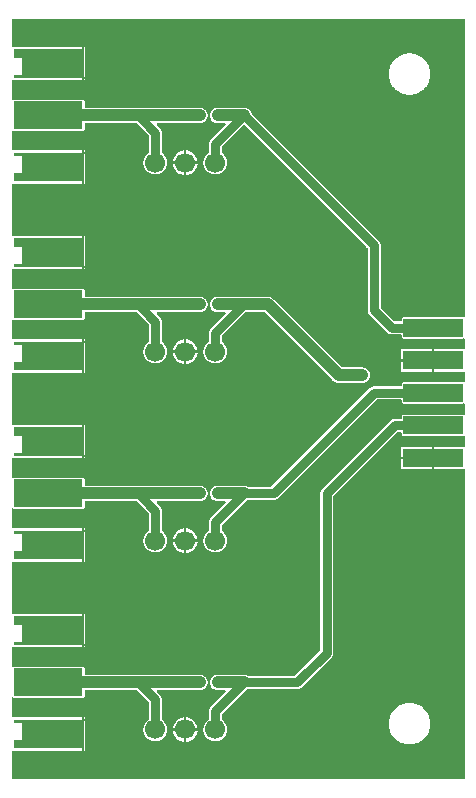
<source format=gtl>
%FSLAX46Y46*%
%MOMM*%
%ADD10C,0.800000*%
%ADD11C,1.000000*%
%AMPS15*
1,1,1.700000,0.000000,0.000000*
%
%ADD15PS15*%
%AMPS16*
21,1,1.500000,5.000000,0.000000,0.000000,270.000000*
%
%ADD16PS16*%
%AMPS18*
1,1,0.700000,0.000000,0.000000*
%
%ADD18PS18*%
%AMPS12*
4,1,8,
-5.842000,0.000000,
-5.842000,0.254000,
-5.130800,0.254000,
-5.130800,1.714500,
-5.842000,1.714500,
-5.842000,2.413000,
0.000000,2.413000,
0.000000,0.000000,
-5.842000,0.000000,
0*
%
%ADD12PS12*%
%AMPS14*
21,1,2.290000,5.840000,0.000000,0.000000,90.000000*
%
%ADD14PS14*%
%AMPS17*
1,1,0.240000,-0.130000,0.330000*
1,1,0.240000,0.130000,-0.330000*
1,1,0.240000,-0.130000,-0.330000*
21,1,0.500000,0.660000,0.000000,0.000000,180.000000*
21,1,0.260000,0.900000,0.000000,0.000000,180.000000*
1,1,0.240000,0.130000,0.330000*
%
%ADD17PS17*%
%AMPS13*
4,1,8,
-5.842000,0.000000,
-5.842000,-0.254000,
-5.130800,-0.254000,
-5.130800,-1.714500,
-5.842000,-1.714500,
-5.842000,-2.413000,
0.000000,-2.413000,
0.000000,0.000000,
-5.842000,0.000000,
0*
%
%ADD13PS13*%
G01*
%LPD*%
G36*
X38590000Y-64690000D02*
X38629004Y-64682080D01*
X38661829Y-64659575D01*
X38683277Y-64626048D01*
X38690000Y-64590000D01*
X38690000Y-38550000D01*
X38682080Y-38510996D01*
X38659575Y-38478171D01*
X38626048Y-38456723D01*
X38590000Y-38450000D01*
X36105000Y-38450000D01*
X36105000Y-36550000D01*
X38590000Y-36550000D01*
X38629004Y-36542080D01*
X38661829Y-36519575D01*
X38683277Y-36486048D01*
X38690000Y-36450000D01*
X38690000Y-35736471D01*
X38682080Y-35697467D01*
X38659575Y-35664642D01*
X38626048Y-35643194D01*
X38586812Y-35636522D01*
X38553281Y-35643456D01*
X38538249Y-35649390D01*
X38493723Y-35655000D01*
X33507952Y-35655000D01*
X33450315Y-35645772D01*
X33417021Y-35629982D01*
X33387373Y-35605336D01*
X33364765Y-35574109D01*
X33350610Y-35538252D01*
X33345000Y-35493723D01*
X33345000Y-35405000D01*
X33337080Y-35365996D01*
X33314575Y-35333171D01*
X33281048Y-35311723D01*
X33245000Y-35305000D01*
X33021308Y-35305000D01*
X32982304Y-35312920D01*
X32950597Y-35334289D01*
X27584289Y-40700597D01*
X27562310Y-40733777D01*
X27555000Y-40771308D01*
X27555000Y-53997536D01*
X27554012Y-54017655D01*
X27547050Y-54088339D01*
X27539214Y-54127728D01*
X27519303Y-54193366D01*
X27503932Y-54230474D01*
X27471601Y-54290962D01*
X27449289Y-54324354D01*
X27404209Y-54379283D01*
X27390715Y-54394171D01*
X24894171Y-56890715D01*
X24879283Y-56904209D01*
X24824354Y-56949289D01*
X24790962Y-56971601D01*
X24730474Y-57003932D01*
X24693366Y-57019303D01*
X24627728Y-57039214D01*
X24588339Y-57047050D01*
X24517655Y-57054012D01*
X24497536Y-57055000D01*
X20371095Y-57055000D01*
X20323955Y-57066808D01*
X20268742Y-57096320D01*
X20231630Y-57111693D01*
X20171720Y-57129866D01*
X20130037Y-57154849D01*
X18124289Y-59160597D01*
X18102310Y-59193777D01*
X18095000Y-59231308D01*
X18095000Y-59611323D01*
X18102920Y-59650327D01*
X18135430Y-59691644D01*
X18169604Y-59716990D01*
X18185142Y-59729741D01*
X18243306Y-59782458D01*
X18257542Y-59796694D01*
X18310259Y-59854858D01*
X18323010Y-59870396D01*
X18369779Y-59933455D01*
X18380959Y-59950187D01*
X18421318Y-60017521D01*
X18430807Y-60035274D01*
X18464366Y-60106231D01*
X18472065Y-60124818D01*
X18498506Y-60198714D01*
X18504353Y-60217990D01*
X18523427Y-60294135D01*
X18527347Y-60313842D01*
X18538871Y-60391532D01*
X18540840Y-60411514D01*
X18544693Y-60489952D01*
X18544693Y-60510048D01*
X18540840Y-60588486D01*
X18538871Y-60608468D01*
X18527347Y-60686158D01*
X18523427Y-60705865D01*
X18504353Y-60782010D01*
X18498506Y-60801286D01*
X18472065Y-60875182D01*
X18464366Y-60893769D01*
X18430807Y-60964726D01*
X18421318Y-60982479D01*
X18380959Y-61049813D01*
X18369779Y-61066545D01*
X18323010Y-61129604D01*
X18310259Y-61145142D01*
X18257542Y-61203306D01*
X18243306Y-61217542D01*
X18185142Y-61270259D01*
X18169604Y-61283010D01*
X18106545Y-61329779D01*
X18089813Y-61340959D01*
X18022479Y-61381318D01*
X18004726Y-61390807D01*
X17933769Y-61424366D01*
X17915182Y-61432065D01*
X17841286Y-61458506D01*
X17822010Y-61464353D01*
X17745865Y-61483427D01*
X17726158Y-61487347D01*
X17648468Y-61498871D01*
X17628486Y-61500840D01*
X17550048Y-61504693D01*
X17529952Y-61504693D01*
X17451514Y-61500840D01*
X17431532Y-61498871D01*
X17353842Y-61487347D01*
X17334135Y-61483427D01*
X17257990Y-61464353D01*
X17238714Y-61458506D01*
X17164818Y-61432065D01*
X17146231Y-61424366D01*
X17075274Y-61390807D01*
X17057521Y-61381318D01*
X16990187Y-61340959D01*
X16973455Y-61329779D01*
X16910396Y-61283010D01*
X16894858Y-61270259D01*
X16836694Y-61217542D01*
X16822458Y-61203306D01*
X16769741Y-61145142D01*
X16756990Y-61129604D01*
X16710221Y-61066545D01*
X16699041Y-61049813D01*
X16658682Y-60982479D01*
X16649193Y-60964726D01*
X16615634Y-60893769D01*
X16607935Y-60875182D01*
X16581494Y-60801286D01*
X16575647Y-60782010D01*
X16556573Y-60705865D01*
X16552653Y-60686158D01*
X16541129Y-60608468D01*
X16539160Y-60588486D01*
X16535307Y-60510048D01*
X16535307Y-60489952D01*
X16539160Y-60411514D01*
X16541129Y-60391532D01*
X16552653Y-60313842D01*
X16556573Y-60294135D01*
X16575647Y-60217990D01*
X16581494Y-60198714D01*
X16607935Y-60124818D01*
X16615634Y-60106231D01*
X16649193Y-60035274D01*
X16658682Y-60017521D01*
X16699041Y-59950187D01*
X16710221Y-59933455D01*
X16756990Y-59870396D01*
X16769741Y-59854858D01*
X16822458Y-59796694D01*
X16836694Y-59782458D01*
X16894858Y-59729741D01*
X16910396Y-59716990D01*
X16944570Y-59691644D01*
X16971180Y-59662048D01*
X16985000Y-59611323D01*
X16985000Y-58962446D01*
X16985986Y-58942385D01*
X16992951Y-58871661D01*
X17000787Y-58832264D01*
X17020696Y-58766633D01*
X17036067Y-58729525D01*
X17068398Y-58669037D01*
X17090710Y-58635645D01*
X17134201Y-58582652D01*
X17148395Y-58568479D01*
X17151865Y-58563249D01*
X18389403Y-57325711D01*
X18411382Y-57292531D01*
X18418679Y-57253406D01*
X18410139Y-57214534D01*
X18387113Y-57182071D01*
X18353249Y-57161161D01*
X18318692Y-57155000D01*
X17752464Y-57155000D01*
X17732345Y-57154012D01*
X17642158Y-57145128D01*
X17602755Y-57137291D01*
X17518367Y-57111692D01*
X17481253Y-57096318D01*
X17403484Y-57054750D01*
X17370083Y-57032433D01*
X17301918Y-56976491D01*
X17273508Y-56948081D01*
X17217566Y-56879916D01*
X17195249Y-56846515D01*
X17153681Y-56768746D01*
X17138307Y-56731632D01*
X17112708Y-56647242D01*
X17104873Y-56607850D01*
X17099519Y-56553491D01*
X17087814Y-56515451D01*
X17075418Y-56500709D01*
X17080246Y-56496379D01*
X17099519Y-56446509D01*
X17104873Y-56392149D01*
X17112708Y-56352757D01*
X17138307Y-56268367D01*
X17153681Y-56231253D01*
X17195249Y-56153484D01*
X17217566Y-56120083D01*
X17273508Y-56051918D01*
X17301918Y-56023508D01*
X17370083Y-55967566D01*
X17403484Y-55945249D01*
X17481253Y-55903681D01*
X17518367Y-55888307D01*
X17602757Y-55862708D01*
X17642149Y-55854873D01*
X17732366Y-55845988D01*
X17752465Y-55845000D01*
X19997535Y-55845000D01*
X20017634Y-55845988D01*
X20107850Y-55854873D01*
X20147242Y-55862708D01*
X20231632Y-55888307D01*
X20268742Y-55903679D01*
X20323957Y-55933192D01*
X20371097Y-55945000D01*
X24228692Y-55945000D01*
X24267696Y-55937080D01*
X24299403Y-55915711D01*
X26415711Y-53799403D01*
X26437690Y-53766223D01*
X26445000Y-53728692D01*
X26445000Y-40502446D01*
X26445986Y-40482385D01*
X26452951Y-40411661D01*
X26460787Y-40372264D01*
X26480696Y-40306633D01*
X26496067Y-40269525D01*
X26528398Y-40209037D01*
X26550710Y-40175645D01*
X26594201Y-40122652D01*
X26608395Y-40108479D01*
X26611865Y-40103249D01*
X32352871Y-34362243D01*
X32358479Y-34358395D01*
X32372652Y-34344201D01*
X32425645Y-34300710D01*
X32459037Y-34278398D01*
X32519525Y-34246067D01*
X32556633Y-34230696D01*
X32622264Y-34210787D01*
X32661661Y-34202951D01*
X32732385Y-34195986D01*
X32752446Y-34195000D01*
X33245000Y-34195000D01*
X33284004Y-34187080D01*
X33316829Y-34164575D01*
X33338277Y-34131048D01*
X33345000Y-34095000D01*
X33345000Y-34007952D01*
X33354228Y-33950315D01*
X33370018Y-33917021D01*
X33394664Y-33887373D01*
X33425891Y-33864765D01*
X33461748Y-33850610D01*
X33506277Y-33845000D01*
X38492048Y-33845000D01*
X38556274Y-33855283D01*
X38585782Y-33862583D01*
X38625084Y-33856315D01*
X38658830Y-33835215D01*
X38681673Y-33802623D01*
X38690000Y-33762672D01*
X38690000Y-32986471D01*
X38682080Y-32947467D01*
X38659575Y-32914642D01*
X38626048Y-32893194D01*
X38586812Y-32886522D01*
X38553281Y-32893456D01*
X38538249Y-32899390D01*
X38493723Y-32905000D01*
X33507952Y-32905000D01*
X33450315Y-32895772D01*
X33417021Y-32879982D01*
X33387373Y-32855336D01*
X33364765Y-32824109D01*
X33350610Y-32788252D01*
X33345000Y-32743723D01*
X33345000Y-32655000D01*
X33337080Y-32615996D01*
X33314575Y-32583171D01*
X33281048Y-32561723D01*
X33245000Y-32555000D01*
X31271308Y-32555000D01*
X31232304Y-32562920D01*
X31200597Y-32584289D01*
X22894171Y-40890715D01*
X22879283Y-40904209D01*
X22824354Y-40949289D01*
X22790962Y-40971601D01*
X22730474Y-41003932D01*
X22693366Y-41019303D01*
X22627728Y-41039214D01*
X22588339Y-41047050D01*
X22517655Y-41054012D01*
X22497536Y-41055000D01*
X20371095Y-41055000D01*
X20323955Y-41066808D01*
X20268742Y-41096320D01*
X20231630Y-41111693D01*
X20171720Y-41129866D01*
X20130037Y-41154849D01*
X18124289Y-43160597D01*
X18102310Y-43193777D01*
X18095000Y-43231308D01*
X18095000Y-43611323D01*
X18102920Y-43650327D01*
X18135430Y-43691644D01*
X18169604Y-43716990D01*
X18185142Y-43729741D01*
X18243306Y-43782458D01*
X18257542Y-43796694D01*
X18310259Y-43854858D01*
X18323010Y-43870396D01*
X18369779Y-43933455D01*
X18380959Y-43950187D01*
X18421318Y-44017521D01*
X18430807Y-44035274D01*
X18464366Y-44106231D01*
X18472065Y-44124818D01*
X18498506Y-44198714D01*
X18504353Y-44217990D01*
X18523427Y-44294135D01*
X18527347Y-44313842D01*
X18538871Y-44391532D01*
X18540840Y-44411514D01*
X18544693Y-44489952D01*
X18544693Y-44510048D01*
X18540840Y-44588486D01*
X18538871Y-44608468D01*
X18527347Y-44686158D01*
X18523427Y-44705865D01*
X18504353Y-44782010D01*
X18498506Y-44801286D01*
X18472065Y-44875182D01*
X18464366Y-44893769D01*
X18430807Y-44964726D01*
X18421318Y-44982479D01*
X18380959Y-45049813D01*
X18369779Y-45066545D01*
X18323010Y-45129604D01*
X18310259Y-45145142D01*
X18257542Y-45203306D01*
X18243306Y-45217542D01*
X18185142Y-45270259D01*
X18169604Y-45283010D01*
X18106545Y-45329779D01*
X18089813Y-45340959D01*
X18022479Y-45381318D01*
X18004726Y-45390807D01*
X17933769Y-45424366D01*
X17915182Y-45432065D01*
X17841286Y-45458506D01*
X17822010Y-45464353D01*
X17745865Y-45483427D01*
X17726158Y-45487347D01*
X17648468Y-45498871D01*
X17628486Y-45500840D01*
X17550048Y-45504693D01*
X17529952Y-45504693D01*
X17451514Y-45500840D01*
X17431532Y-45498871D01*
X17353842Y-45487347D01*
X17334135Y-45483427D01*
X17257990Y-45464353D01*
X17238714Y-45458506D01*
X17164818Y-45432065D01*
X17146231Y-45424366D01*
X17075274Y-45390807D01*
X17057521Y-45381318D01*
X16990187Y-45340959D01*
X16973455Y-45329779D01*
X16910396Y-45283010D01*
X16894858Y-45270259D01*
X16836694Y-45217542D01*
X16822458Y-45203306D01*
X16769741Y-45145142D01*
X16756990Y-45129604D01*
X16710221Y-45066545D01*
X16699041Y-45049813D01*
X16658682Y-44982479D01*
X16649193Y-44964726D01*
X16615634Y-44893769D01*
X16607935Y-44875182D01*
X16581494Y-44801286D01*
X16575647Y-44782010D01*
X16556573Y-44705865D01*
X16552653Y-44686158D01*
X16541129Y-44608468D01*
X16539160Y-44588486D01*
X16535307Y-44510048D01*
X16535307Y-44489952D01*
X16539160Y-44411514D01*
X16541129Y-44391532D01*
X16552653Y-44313842D01*
X16556573Y-44294135D01*
X16575647Y-44217990D01*
X16581494Y-44198714D01*
X16607935Y-44124818D01*
X16615634Y-44106231D01*
X16649193Y-44035274D01*
X16658682Y-44017521D01*
X16699041Y-43950187D01*
X16710221Y-43933455D01*
X16756990Y-43870396D01*
X16769741Y-43854858D01*
X16822458Y-43796694D01*
X16836694Y-43782458D01*
X16894858Y-43729741D01*
X16910396Y-43716990D01*
X16944570Y-43691644D01*
X16971180Y-43662048D01*
X16985000Y-43611323D01*
X16985000Y-42962446D01*
X16985986Y-42942385D01*
X16992951Y-42871661D01*
X17000787Y-42832264D01*
X17020696Y-42766633D01*
X17036067Y-42729525D01*
X17068398Y-42669037D01*
X17090710Y-42635645D01*
X17134201Y-42582652D01*
X17148395Y-42568479D01*
X17151865Y-42563249D01*
X18389403Y-41325711D01*
X18411382Y-41292531D01*
X18418679Y-41253406D01*
X18410139Y-41214534D01*
X18387113Y-41182071D01*
X18353249Y-41161161D01*
X18318692Y-41155000D01*
X17752464Y-41155000D01*
X17732345Y-41154012D01*
X17642158Y-41145128D01*
X17602755Y-41137291D01*
X17518367Y-41111692D01*
X17481253Y-41096318D01*
X17403484Y-41054750D01*
X17370083Y-41032433D01*
X17301918Y-40976491D01*
X17273508Y-40948081D01*
X17217566Y-40879916D01*
X17195249Y-40846515D01*
X17153681Y-40768746D01*
X17138307Y-40731632D01*
X17112708Y-40647242D01*
X17104873Y-40607850D01*
X17099519Y-40553491D01*
X17087814Y-40515451D01*
X17075418Y-40500709D01*
X17080246Y-40496379D01*
X17099519Y-40446509D01*
X17104873Y-40392149D01*
X17112708Y-40352757D01*
X17138307Y-40268367D01*
X17153681Y-40231253D01*
X17195249Y-40153484D01*
X17217566Y-40120083D01*
X17273508Y-40051918D01*
X17301918Y-40023508D01*
X17370083Y-39967566D01*
X17403484Y-39945249D01*
X17481253Y-39903681D01*
X17518367Y-39888307D01*
X17602757Y-39862708D01*
X17642149Y-39854873D01*
X17732366Y-39845988D01*
X17752465Y-39845000D01*
X19997535Y-39845000D01*
X20017634Y-39845988D01*
X20107850Y-39854873D01*
X20147242Y-39862708D01*
X20231632Y-39888307D01*
X20268742Y-39903679D01*
X20323957Y-39933192D01*
X20371097Y-39945000D01*
X22228692Y-39945000D01*
X22267696Y-39937080D01*
X22299403Y-39915711D01*
X30602871Y-31612243D01*
X30608479Y-31608395D01*
X30622652Y-31594201D01*
X30675645Y-31550710D01*
X30709037Y-31528398D01*
X30769525Y-31496067D01*
X30806633Y-31480696D01*
X30872264Y-31460787D01*
X30911661Y-31452951D01*
X30982385Y-31445986D01*
X31002446Y-31445000D01*
X33245000Y-31445000D01*
X33284004Y-31437080D01*
X33316829Y-31414575D01*
X33338277Y-31381048D01*
X33345000Y-31345000D01*
X33345000Y-31257952D01*
X33354228Y-31200315D01*
X33370018Y-31167021D01*
X33394664Y-31137373D01*
X33425891Y-31114765D01*
X33461748Y-31100610D01*
X33506277Y-31095000D01*
X38492048Y-31095000D01*
X38556274Y-31105283D01*
X38585782Y-31112583D01*
X38625084Y-31106315D01*
X38658830Y-31085215D01*
X38681673Y-31052623D01*
X38690000Y-31012672D01*
X38690000Y-30300000D01*
X38682080Y-30260996D01*
X38659575Y-30228171D01*
X38626048Y-30206723D01*
X38590000Y-30200000D01*
X36105000Y-30200000D01*
X36105000Y-28300000D01*
X38590000Y-28300000D01*
X38629004Y-28292080D01*
X38661829Y-28269575D01*
X38683277Y-28236048D01*
X38690000Y-28200000D01*
X38690000Y-27486471D01*
X38682080Y-27447467D01*
X38659575Y-27414642D01*
X38626048Y-27393194D01*
X38586812Y-27386522D01*
X38553281Y-27393456D01*
X38538249Y-27399390D01*
X38493723Y-27405000D01*
X33507952Y-27405000D01*
X33450315Y-27395772D01*
X33417021Y-27379982D01*
X33387373Y-27355336D01*
X33364765Y-27324109D01*
X33350610Y-27288252D01*
X33345000Y-27243723D01*
X33345000Y-27155000D01*
X33337080Y-27115996D01*
X33314575Y-27083171D01*
X33281048Y-27061723D01*
X33245000Y-27055000D01*
X32502465Y-27055000D01*
X32482346Y-27054012D01*
X32411659Y-27047049D01*
X32372272Y-27039215D01*
X32306633Y-27019303D01*
X32269525Y-27003932D01*
X32209037Y-26971601D01*
X32175645Y-26949289D01*
X32122472Y-26905650D01*
X32108085Y-26891371D01*
X32103420Y-26888306D01*
X30612073Y-25396959D01*
X30608628Y-25391914D01*
X30594349Y-25377527D01*
X30550710Y-25324354D01*
X30528398Y-25290962D01*
X30496067Y-25230474D01*
X30480696Y-25193366D01*
X30460787Y-25127737D01*
X30452951Y-25088338D01*
X30445988Y-25017635D01*
X30445000Y-24997534D01*
X30445000Y-19771308D01*
X30437080Y-19732304D01*
X30415711Y-19700597D01*
X20070711Y-9355597D01*
X20037531Y-9333618D01*
X19998406Y-9326321D01*
X19959534Y-9334861D01*
X19929289Y-9355597D01*
X18124289Y-11160597D01*
X18102310Y-11193777D01*
X18095000Y-11231308D01*
X18095000Y-11611323D01*
X18102920Y-11650327D01*
X18135430Y-11691644D01*
X18169604Y-11716990D01*
X18185142Y-11729741D01*
X18243306Y-11782458D01*
X18257542Y-11796694D01*
X18310259Y-11854858D01*
X18323010Y-11870396D01*
X18369779Y-11933455D01*
X18380959Y-11950187D01*
X18421318Y-12017521D01*
X18430807Y-12035274D01*
X18464366Y-12106231D01*
X18472065Y-12124818D01*
X18498506Y-12198714D01*
X18504353Y-12217990D01*
X18523427Y-12294135D01*
X18527347Y-12313842D01*
X18538871Y-12391532D01*
X18540840Y-12411514D01*
X18544693Y-12489952D01*
X18544693Y-12510048D01*
X18540840Y-12588486D01*
X18538871Y-12608468D01*
X18527347Y-12686158D01*
X18523427Y-12705865D01*
X18504353Y-12782010D01*
X18498506Y-12801286D01*
X18472065Y-12875182D01*
X18464366Y-12893769D01*
X18430807Y-12964726D01*
X18421318Y-12982479D01*
X18380959Y-13049813D01*
X18369779Y-13066545D01*
X18323010Y-13129604D01*
X18310259Y-13145142D01*
X18257542Y-13203306D01*
X18243306Y-13217542D01*
X18185142Y-13270259D01*
X18169604Y-13283010D01*
X18106545Y-13329779D01*
X18089813Y-13340959D01*
X18022479Y-13381318D01*
X18004726Y-13390807D01*
X17933769Y-13424366D01*
X17915182Y-13432065D01*
X17841286Y-13458506D01*
X17822010Y-13464353D01*
X17745865Y-13483427D01*
X17726158Y-13487347D01*
X17648468Y-13498871D01*
X17628486Y-13500840D01*
X17550048Y-13504693D01*
X17529952Y-13504693D01*
X17451514Y-13500840D01*
X17431532Y-13498871D01*
X17353842Y-13487347D01*
X17334135Y-13483427D01*
X17257990Y-13464353D01*
X17238714Y-13458506D01*
X17164818Y-13432065D01*
X17146231Y-13424366D01*
X17075274Y-13390807D01*
X17057521Y-13381318D01*
X16990187Y-13340959D01*
X16973455Y-13329779D01*
X16910396Y-13283010D01*
X16894858Y-13270259D01*
X16836694Y-13217542D01*
X16822458Y-13203306D01*
X16769741Y-13145142D01*
X16756990Y-13129604D01*
X16710221Y-13066545D01*
X16699041Y-13049813D01*
X16658682Y-12982479D01*
X16649193Y-12964726D01*
X16615634Y-12893769D01*
X16607935Y-12875182D01*
X16581494Y-12801286D01*
X16575647Y-12782010D01*
X16556573Y-12705865D01*
X16552653Y-12686158D01*
X16541129Y-12608468D01*
X16539160Y-12588486D01*
X16535307Y-12510048D01*
X16535307Y-12489952D01*
X16539160Y-12411514D01*
X16541129Y-12391532D01*
X16552653Y-12313842D01*
X16556573Y-12294135D01*
X16575647Y-12217990D01*
X16581494Y-12198714D01*
X16607935Y-12124818D01*
X16615634Y-12106231D01*
X16649193Y-12035274D01*
X16658682Y-12017521D01*
X16699041Y-11950187D01*
X16710221Y-11933455D01*
X16756990Y-11870396D01*
X16769741Y-11854858D01*
X16822458Y-11796694D01*
X16836694Y-11782458D01*
X16894858Y-11729741D01*
X16910396Y-11716990D01*
X16944570Y-11691644D01*
X16971180Y-11662048D01*
X16985000Y-11611323D01*
X16985000Y-10962446D01*
X16985986Y-10942385D01*
X16992951Y-10871661D01*
X17000787Y-10832264D01*
X17020696Y-10766633D01*
X17036067Y-10729525D01*
X17068398Y-10669037D01*
X17090710Y-10635645D01*
X17134201Y-10582652D01*
X17148395Y-10568479D01*
X17151865Y-10563249D01*
X18389403Y-9325711D01*
X18411382Y-9292531D01*
X18418679Y-9253406D01*
X18410139Y-9214534D01*
X18387113Y-9182071D01*
X18353249Y-9161161D01*
X18318692Y-9155000D01*
X17752464Y-9155000D01*
X17732345Y-9154012D01*
X17642158Y-9145128D01*
X17602755Y-9137291D01*
X17518367Y-9111692D01*
X17481253Y-9096318D01*
X17403484Y-9054750D01*
X17370083Y-9032433D01*
X17301918Y-8976491D01*
X17273508Y-8948081D01*
X17217566Y-8879916D01*
X17195249Y-8846515D01*
X17153681Y-8768746D01*
X17138307Y-8731632D01*
X17112708Y-8647242D01*
X17104873Y-8607850D01*
X17099519Y-8553491D01*
X17087814Y-8515451D01*
X17075418Y-8500709D01*
X17080246Y-8496379D01*
X17099519Y-8446509D01*
X17104873Y-8392149D01*
X17112708Y-8352757D01*
X17138307Y-8268367D01*
X17153681Y-8231253D01*
X17195249Y-8153484D01*
X17217566Y-8120083D01*
X17273508Y-8051918D01*
X17301918Y-8023508D01*
X17370083Y-7967566D01*
X17403484Y-7945249D01*
X17481253Y-7903681D01*
X17518367Y-7888307D01*
X17602757Y-7862708D01*
X17642149Y-7854873D01*
X17732366Y-7845988D01*
X17752465Y-7845000D01*
X19997535Y-7845000D01*
X20017634Y-7845988D01*
X20107850Y-7854873D01*
X20147242Y-7862708D01*
X20231632Y-7888307D01*
X20268746Y-7903681D01*
X20346515Y-7945249D01*
X20379916Y-7967566D01*
X20448081Y-8023508D01*
X20476491Y-8051918D01*
X20532433Y-8120083D01*
X20554750Y-8153484D01*
X20596318Y-8231253D01*
X20611692Y-8268367D01*
X20629867Y-8328282D01*
X20654850Y-8369964D01*
X31387926Y-19103040D01*
X31391371Y-19108085D01*
X31405650Y-19122472D01*
X31449289Y-19175645D01*
X31471601Y-19209037D01*
X31503932Y-19269525D01*
X31519303Y-19306633D01*
X31539215Y-19372272D01*
X31547049Y-19411659D01*
X31554012Y-19482346D01*
X31555000Y-19502465D01*
X31555000Y-24728692D01*
X31562920Y-24767696D01*
X31584289Y-24799403D01*
X32700597Y-25915711D01*
X32733777Y-25937690D01*
X32771308Y-25945000D01*
X33245000Y-25945000D01*
X33284004Y-25937080D01*
X33316829Y-25914575D01*
X33338277Y-25881048D01*
X33345000Y-25845000D01*
X33345000Y-25757952D01*
X33354228Y-25700315D01*
X33370018Y-25667021D01*
X33394664Y-25637373D01*
X33425891Y-25614765D01*
X33461748Y-25600610D01*
X33506277Y-25595000D01*
X38492048Y-25595000D01*
X38556274Y-25605283D01*
X38585782Y-25612583D01*
X38625084Y-25606315D01*
X38658830Y-25585215D01*
X38681673Y-25552623D01*
X38690000Y-25512672D01*
X38690000Y-410000D01*
X38682080Y-370996D01*
X38659575Y-338171D01*
X38626048Y-316723D01*
X38590000Y-310000D01*
X410000Y-310000D01*
X370996Y-317920D01*
X338171Y-340425D01*
X316723Y-373952D01*
X310000Y-410000D01*
X310000Y-2612000D01*
X317920Y-2651004D01*
X340425Y-2683829D01*
X373952Y-2705277D01*
X410000Y-2712000D01*
X6237000Y-2712000D01*
X6237000Y-5525000D01*
X410000Y-5525000D01*
X370996Y-5532920D01*
X338171Y-5555425D01*
X316723Y-5588952D01*
X310000Y-5625000D01*
X310000Y-7118529D01*
X317920Y-7157533D01*
X340425Y-7190358D01*
X373952Y-7211806D01*
X413188Y-7218478D01*
X446719Y-7211544D01*
X461751Y-7205610D01*
X506277Y-7200000D01*
X6332048Y-7200000D01*
X6389685Y-7209228D01*
X6422979Y-7225018D01*
X6452627Y-7249664D01*
X6475235Y-7280891D01*
X6489390Y-7316748D01*
X6495000Y-7361277D01*
X6495000Y-7745000D01*
X6502920Y-7784004D01*
X6525425Y-7816829D01*
X6558952Y-7838277D01*
X6595000Y-7845000D01*
X16247535Y-7845000D01*
X16267634Y-7845988D01*
X16357850Y-7854873D01*
X16397242Y-7862708D01*
X16481632Y-7888307D01*
X16518746Y-7903681D01*
X16596515Y-7945249D01*
X16629916Y-7967566D01*
X16698081Y-8023508D01*
X16726491Y-8051918D01*
X16782433Y-8120083D01*
X16804750Y-8153484D01*
X16846318Y-8231253D01*
X16861692Y-8268367D01*
X16887291Y-8352755D01*
X16895128Y-8392158D01*
X16900482Y-8446510D01*
X16912187Y-8484550D01*
X16924582Y-8499291D01*
X16919755Y-8503620D01*
X16900482Y-8553489D01*
X16895128Y-8607842D01*
X16887291Y-8647244D01*
X16861692Y-8731632D01*
X16846318Y-8768746D01*
X16804750Y-8846515D01*
X16782433Y-8879916D01*
X16726491Y-8948081D01*
X16698081Y-8976491D01*
X16629916Y-9032433D01*
X16596515Y-9054750D01*
X16518746Y-9096318D01*
X16481632Y-9111692D01*
X16397244Y-9137291D01*
X16357841Y-9145128D01*
X16267655Y-9154012D01*
X16247536Y-9155000D01*
X12681308Y-9155000D01*
X12642304Y-9162920D01*
X12609479Y-9185425D01*
X12588031Y-9218952D01*
X12581359Y-9258188D01*
X12590518Y-9296919D01*
X12610597Y-9325711D01*
X12847926Y-9563040D01*
X12851371Y-9568085D01*
X12865650Y-9582472D01*
X12909289Y-9635645D01*
X12931601Y-9669037D01*
X12963932Y-9729525D01*
X12979303Y-9766633D01*
X12999215Y-9832272D01*
X13007049Y-9871659D01*
X13014012Y-9942346D01*
X13015000Y-9962465D01*
X13015000Y-11611323D01*
X13022920Y-11650327D01*
X13055430Y-11691644D01*
X13089604Y-11716990D01*
X13105142Y-11729741D01*
X13163306Y-11782458D01*
X13177542Y-11796694D01*
X13230259Y-11854858D01*
X13243010Y-11870396D01*
X13289779Y-11933455D01*
X13300959Y-11950187D01*
X13341318Y-12017521D01*
X13350807Y-12035274D01*
X13384366Y-12106231D01*
X13392065Y-12124818D01*
X13418506Y-12198714D01*
X13424353Y-12217990D01*
X13443427Y-12294135D01*
X13447347Y-12313842D01*
X13458871Y-12391532D01*
X13460840Y-12411514D01*
X13464693Y-12489952D01*
X13464693Y-12510048D01*
X13460840Y-12588486D01*
X13458871Y-12608468D01*
X13447347Y-12686158D01*
X13443427Y-12705865D01*
X13424353Y-12782010D01*
X13418506Y-12801286D01*
X13392065Y-12875182D01*
X13384366Y-12893769D01*
X13350807Y-12964726D01*
X13341318Y-12982479D01*
X13300959Y-13049813D01*
X13289779Y-13066545D01*
X13243010Y-13129604D01*
X13230259Y-13145142D01*
X13177542Y-13203306D01*
X13163306Y-13217542D01*
X13105142Y-13270259D01*
X13089604Y-13283010D01*
X13026545Y-13329779D01*
X13009813Y-13340959D01*
X12942479Y-13381318D01*
X12924726Y-13390807D01*
X12853769Y-13424366D01*
X12835182Y-13432065D01*
X12761286Y-13458506D01*
X12742010Y-13464353D01*
X12665865Y-13483427D01*
X12646158Y-13487347D01*
X12568468Y-13498871D01*
X12548486Y-13500840D01*
X12470048Y-13504693D01*
X12449952Y-13504693D01*
X12371514Y-13500840D01*
X12351532Y-13498871D01*
X12273842Y-13487347D01*
X12254135Y-13483427D01*
X12177990Y-13464353D01*
X12158714Y-13458506D01*
X12084818Y-13432065D01*
X12066231Y-13424366D01*
X11995274Y-13390807D01*
X11977521Y-13381318D01*
X11910187Y-13340959D01*
X11893455Y-13329779D01*
X11830396Y-13283010D01*
X11814858Y-13270259D01*
X11756694Y-13217542D01*
X11742458Y-13203306D01*
X11689741Y-13145142D01*
X11676990Y-13129604D01*
X11630221Y-13066545D01*
X11619041Y-13049813D01*
X11578682Y-12982479D01*
X11569193Y-12964726D01*
X11535634Y-12893769D01*
X11527935Y-12875182D01*
X11501494Y-12801286D01*
X11495647Y-12782010D01*
X11476573Y-12705865D01*
X11472653Y-12686158D01*
X11461129Y-12608468D01*
X11459160Y-12588486D01*
X11455307Y-12510048D01*
X11455307Y-12489952D01*
X11459160Y-12411514D01*
X11461129Y-12391532D01*
X11472653Y-12313842D01*
X11476573Y-12294135D01*
X11495647Y-12217990D01*
X11501494Y-12198714D01*
X11527935Y-12124818D01*
X11535634Y-12106231D01*
X11569193Y-12035274D01*
X11578682Y-12017521D01*
X11619041Y-11950187D01*
X11630221Y-11933455D01*
X11676990Y-11870396D01*
X11689741Y-11854858D01*
X11742458Y-11796694D01*
X11756694Y-11782458D01*
X11814858Y-11729741D01*
X11830396Y-11716990D01*
X11864570Y-11691644D01*
X11891180Y-11662048D01*
X11905000Y-11611323D01*
X11905000Y-10231308D01*
X11897080Y-10192304D01*
X11875711Y-10160597D01*
X10899403Y-9184289D01*
X10866223Y-9162310D01*
X10828692Y-9155000D01*
X6595000Y-9155000D01*
X6555996Y-9162920D01*
X6523171Y-9185425D01*
X6501723Y-9218952D01*
X6495000Y-9255000D01*
X6495000Y-9637048D01*
X6485772Y-9694685D01*
X6469982Y-9727979D01*
X6445336Y-9757627D01*
X6414109Y-9780235D01*
X6378252Y-9794390D01*
X6333723Y-9800000D01*
X507952Y-9800000D01*
X443726Y-9789717D01*
X414218Y-9782417D01*
X374916Y-9788685D01*
X341170Y-9809785D01*
X318327Y-9842377D01*
X310000Y-9882328D01*
X310000Y-11375000D01*
X317920Y-11414004D01*
X340425Y-11446829D01*
X373952Y-11468277D01*
X410000Y-11475000D01*
X6237000Y-11475000D01*
X6237000Y-14288000D01*
X410000Y-14288000D01*
X370996Y-14295920D01*
X338171Y-14318425D01*
X316723Y-14351952D01*
X310000Y-14388000D01*
X310000Y-18612000D01*
X317920Y-18651004D01*
X340425Y-18683829D01*
X373952Y-18705277D01*
X410000Y-18712000D01*
X6237000Y-18712000D01*
X6237000Y-21525000D01*
X410000Y-21525000D01*
X370996Y-21532920D01*
X338171Y-21555425D01*
X316723Y-21588952D01*
X310000Y-21625000D01*
X310000Y-23118529D01*
X317920Y-23157533D01*
X340425Y-23190358D01*
X373952Y-23211806D01*
X413188Y-23218478D01*
X446719Y-23211544D01*
X461751Y-23205610D01*
X506277Y-23200000D01*
X6332048Y-23200000D01*
X6389685Y-23209228D01*
X6422979Y-23225018D01*
X6452627Y-23249664D01*
X6475235Y-23280891D01*
X6489390Y-23316748D01*
X6495000Y-23361277D01*
X6495000Y-23745000D01*
X6502920Y-23784004D01*
X6525425Y-23816829D01*
X6558952Y-23838277D01*
X6595000Y-23845000D01*
X16247535Y-23845000D01*
X16267634Y-23845988D01*
X16357850Y-23854873D01*
X16397242Y-23862708D01*
X16481632Y-23888307D01*
X16518746Y-23903681D01*
X16596515Y-23945249D01*
X16629916Y-23967566D01*
X16698081Y-24023508D01*
X16726491Y-24051918D01*
X16782433Y-24120083D01*
X16804750Y-24153484D01*
X16846318Y-24231253D01*
X16861692Y-24268367D01*
X16887291Y-24352755D01*
X16895128Y-24392158D01*
X16900482Y-24446510D01*
X16912187Y-24484550D01*
X16924582Y-24499291D01*
X16919755Y-24503620D01*
X16900482Y-24553489D01*
X16895128Y-24607842D01*
X16887291Y-24647244D01*
X16861692Y-24731632D01*
X16846318Y-24768746D01*
X16804750Y-24846515D01*
X16782433Y-24879916D01*
X16726491Y-24948081D01*
X16698081Y-24976491D01*
X16629916Y-25032433D01*
X16596515Y-25054750D01*
X16518746Y-25096318D01*
X16481632Y-25111692D01*
X16397244Y-25137291D01*
X16357841Y-25145128D01*
X16267655Y-25154012D01*
X16247536Y-25155000D01*
X12681308Y-25155000D01*
X12642304Y-25162920D01*
X12609479Y-25185425D01*
X12588031Y-25218952D01*
X12581359Y-25258188D01*
X12590518Y-25296919D01*
X12610597Y-25325711D01*
X12847926Y-25563040D01*
X12851371Y-25568085D01*
X12865650Y-25582472D01*
X12909289Y-25635645D01*
X12931601Y-25669037D01*
X12963932Y-25729525D01*
X12979303Y-25766633D01*
X12999215Y-25832272D01*
X13007049Y-25871659D01*
X13014012Y-25942346D01*
X13015000Y-25962465D01*
X13015000Y-27611323D01*
X13022920Y-27650327D01*
X13055430Y-27691644D01*
X13089604Y-27716990D01*
X13105142Y-27729741D01*
X13163306Y-27782458D01*
X13177542Y-27796694D01*
X13230259Y-27854858D01*
X13243010Y-27870396D01*
X13289779Y-27933455D01*
X13300959Y-27950187D01*
X13341318Y-28017521D01*
X13350807Y-28035274D01*
X13384366Y-28106231D01*
X13392065Y-28124818D01*
X13418506Y-28198714D01*
X13424353Y-28217990D01*
X13443427Y-28294135D01*
X13447347Y-28313842D01*
X13458871Y-28391532D01*
X13460840Y-28411514D01*
X13464693Y-28489952D01*
X13464693Y-28510048D01*
X13460840Y-28588486D01*
X13458871Y-28608468D01*
X13447347Y-28686158D01*
X13443427Y-28705865D01*
X13424353Y-28782010D01*
X13418506Y-28801286D01*
X13392065Y-28875182D01*
X13384366Y-28893769D01*
X13350807Y-28964726D01*
X13341318Y-28982479D01*
X13300959Y-29049813D01*
X13289779Y-29066545D01*
X13243010Y-29129604D01*
X13230259Y-29145142D01*
X13177542Y-29203306D01*
X13163306Y-29217542D01*
X13105142Y-29270259D01*
X13089604Y-29283010D01*
X13026545Y-29329779D01*
X13009813Y-29340959D01*
X12942479Y-29381318D01*
X12924726Y-29390807D01*
X12853769Y-29424366D01*
X12835182Y-29432065D01*
X12761286Y-29458506D01*
X12742010Y-29464353D01*
X12665865Y-29483427D01*
X12646158Y-29487347D01*
X12568468Y-29498871D01*
X12548486Y-29500840D01*
X12470048Y-29504693D01*
X12449952Y-29504693D01*
X12371514Y-29500840D01*
X12351532Y-29498871D01*
X12273842Y-29487347D01*
X12254135Y-29483427D01*
X12177990Y-29464353D01*
X12158714Y-29458506D01*
X12084818Y-29432065D01*
X12066231Y-29424366D01*
X11995274Y-29390807D01*
X11977521Y-29381318D01*
X11910187Y-29340959D01*
X11893455Y-29329779D01*
X11830396Y-29283010D01*
X11814858Y-29270259D01*
X11756694Y-29217542D01*
X11742458Y-29203306D01*
X11689741Y-29145142D01*
X11676990Y-29129604D01*
X11630221Y-29066545D01*
X11619041Y-29049813D01*
X11578682Y-28982479D01*
X11569193Y-28964726D01*
X11535634Y-28893769D01*
X11527935Y-28875182D01*
X11501494Y-28801286D01*
X11495647Y-28782010D01*
X11476573Y-28705865D01*
X11472653Y-28686158D01*
X11461129Y-28608468D01*
X11459160Y-28588486D01*
X11455307Y-28510048D01*
X11455307Y-28489952D01*
X11459160Y-28411514D01*
X11461129Y-28391532D01*
X11472653Y-28313842D01*
X11476573Y-28294135D01*
X11495647Y-28217990D01*
X11501494Y-28198714D01*
X11527935Y-28124818D01*
X11535634Y-28106231D01*
X11569193Y-28035274D01*
X11578682Y-28017521D01*
X11619041Y-27950187D01*
X11630221Y-27933455D01*
X11676990Y-27870396D01*
X11689741Y-27854858D01*
X11742458Y-27796694D01*
X11756694Y-27782458D01*
X11814858Y-27729741D01*
X11830396Y-27716990D01*
X11864570Y-27691644D01*
X11891180Y-27662048D01*
X11905000Y-27611323D01*
X11905000Y-26231308D01*
X11897080Y-26192304D01*
X11875711Y-26160597D01*
X10899403Y-25184289D01*
X10866223Y-25162310D01*
X10828692Y-25155000D01*
X6595000Y-25155000D01*
X6555996Y-25162920D01*
X6523171Y-25185425D01*
X6501723Y-25218952D01*
X6495000Y-25255000D01*
X6495000Y-25637048D01*
X6485772Y-25694685D01*
X6469982Y-25727979D01*
X6445336Y-25757627D01*
X6414109Y-25780235D01*
X6378252Y-25794390D01*
X6333723Y-25800000D01*
X507952Y-25800000D01*
X443726Y-25789717D01*
X414218Y-25782417D01*
X374916Y-25788685D01*
X341170Y-25809785D01*
X318327Y-25842377D01*
X310000Y-25882328D01*
X310000Y-27375000D01*
X317920Y-27414004D01*
X340425Y-27446829D01*
X373952Y-27468277D01*
X410000Y-27475000D01*
X6237000Y-27475000D01*
X6237000Y-30288000D01*
X410000Y-30288000D01*
X370996Y-30295920D01*
X338171Y-30318425D01*
X316723Y-30351952D01*
X310000Y-30388000D01*
X310000Y-34612000D01*
X317920Y-34651004D01*
X340425Y-34683829D01*
X373952Y-34705277D01*
X410000Y-34712000D01*
X6237000Y-34712000D01*
X6237000Y-37525000D01*
X410000Y-37525000D01*
X370996Y-37532920D01*
X338171Y-37555425D01*
X316723Y-37588952D01*
X310000Y-37625000D01*
X310000Y-39118529D01*
X317920Y-39157533D01*
X340425Y-39190358D01*
X373952Y-39211806D01*
X413188Y-39218478D01*
X446719Y-39211544D01*
X461751Y-39205610D01*
X506277Y-39200000D01*
X6332048Y-39200000D01*
X6389685Y-39209228D01*
X6422979Y-39225018D01*
X6452627Y-39249664D01*
X6475235Y-39280891D01*
X6489390Y-39316748D01*
X6495000Y-39361277D01*
X6495000Y-39745000D01*
X6502920Y-39784004D01*
X6525425Y-39816829D01*
X6558952Y-39838277D01*
X6595000Y-39845000D01*
X16247535Y-39845000D01*
X16267634Y-39845988D01*
X16357850Y-39854873D01*
X16397242Y-39862708D01*
X16481632Y-39888307D01*
X16518746Y-39903681D01*
X16596515Y-39945249D01*
X16629916Y-39967566D01*
X16698081Y-40023508D01*
X16726491Y-40051918D01*
X16782433Y-40120083D01*
X16804750Y-40153484D01*
X16846318Y-40231253D01*
X16861692Y-40268367D01*
X16887291Y-40352755D01*
X16895128Y-40392158D01*
X16900482Y-40446510D01*
X16912187Y-40484550D01*
X16924582Y-40499291D01*
X16919755Y-40503620D01*
X16900482Y-40553489D01*
X16895128Y-40607842D01*
X16887291Y-40647244D01*
X16861692Y-40731632D01*
X16846318Y-40768746D01*
X16804750Y-40846515D01*
X16782433Y-40879916D01*
X16726491Y-40948081D01*
X16698081Y-40976491D01*
X16629916Y-41032433D01*
X16596515Y-41054750D01*
X16518746Y-41096318D01*
X16481632Y-41111692D01*
X16397244Y-41137291D01*
X16357841Y-41145128D01*
X16267655Y-41154012D01*
X16247536Y-41155000D01*
X12681308Y-41155000D01*
X12642304Y-41162920D01*
X12609479Y-41185425D01*
X12588031Y-41218952D01*
X12581359Y-41258188D01*
X12590518Y-41296919D01*
X12610597Y-41325711D01*
X12847926Y-41563040D01*
X12851371Y-41568085D01*
X12865650Y-41582472D01*
X12909289Y-41635645D01*
X12931601Y-41669037D01*
X12963932Y-41729525D01*
X12979303Y-41766633D01*
X12999215Y-41832272D01*
X13007049Y-41871659D01*
X13014012Y-41942346D01*
X13015000Y-41962465D01*
X13015000Y-43611323D01*
X13022920Y-43650327D01*
X13055430Y-43691644D01*
X13089604Y-43716990D01*
X13105142Y-43729741D01*
X13163306Y-43782458D01*
X13177542Y-43796694D01*
X13230259Y-43854858D01*
X13243010Y-43870396D01*
X13289779Y-43933455D01*
X13300959Y-43950187D01*
X13341318Y-44017521D01*
X13350807Y-44035274D01*
X13384366Y-44106231D01*
X13392065Y-44124818D01*
X13418506Y-44198714D01*
X13424353Y-44217990D01*
X13443427Y-44294135D01*
X13447347Y-44313842D01*
X13458871Y-44391532D01*
X13460840Y-44411514D01*
X13464693Y-44489952D01*
X13464693Y-44510048D01*
X13460840Y-44588486D01*
X13458871Y-44608468D01*
X13447347Y-44686158D01*
X13443427Y-44705865D01*
X13424353Y-44782010D01*
X13418506Y-44801286D01*
X13392065Y-44875182D01*
X13384366Y-44893769D01*
X13350807Y-44964726D01*
X13341318Y-44982479D01*
X13300959Y-45049813D01*
X13289779Y-45066545D01*
X13243010Y-45129604D01*
X13230259Y-45145142D01*
X13177542Y-45203306D01*
X13163306Y-45217542D01*
X13105142Y-45270259D01*
X13089604Y-45283010D01*
X13026545Y-45329779D01*
X13009813Y-45340959D01*
X12942479Y-45381318D01*
X12924726Y-45390807D01*
X12853769Y-45424366D01*
X12835182Y-45432065D01*
X12761286Y-45458506D01*
X12742010Y-45464353D01*
X12665865Y-45483427D01*
X12646158Y-45487347D01*
X12568468Y-45498871D01*
X12548486Y-45500840D01*
X12470048Y-45504693D01*
X12449952Y-45504693D01*
X12371514Y-45500840D01*
X12351532Y-45498871D01*
X12273842Y-45487347D01*
X12254135Y-45483427D01*
X12177990Y-45464353D01*
X12158714Y-45458506D01*
X12084818Y-45432065D01*
X12066231Y-45424366D01*
X11995274Y-45390807D01*
X11977521Y-45381318D01*
X11910187Y-45340959D01*
X11893455Y-45329779D01*
X11830396Y-45283010D01*
X11814858Y-45270259D01*
X11756694Y-45217542D01*
X11742458Y-45203306D01*
X11689741Y-45145142D01*
X11676990Y-45129604D01*
X11630221Y-45066545D01*
X11619041Y-45049813D01*
X11578682Y-44982479D01*
X11569193Y-44964726D01*
X11535634Y-44893769D01*
X11527935Y-44875182D01*
X11501494Y-44801286D01*
X11495647Y-44782010D01*
X11476573Y-44705865D01*
X11472653Y-44686158D01*
X11461129Y-44608468D01*
X11459160Y-44588486D01*
X11455307Y-44510048D01*
X11455307Y-44489952D01*
X11459160Y-44411514D01*
X11461129Y-44391532D01*
X11472653Y-44313842D01*
X11476573Y-44294135D01*
X11495647Y-44217990D01*
X11501494Y-44198714D01*
X11527935Y-44124818D01*
X11535634Y-44106231D01*
X11569193Y-44035274D01*
X11578682Y-44017521D01*
X11619041Y-43950187D01*
X11630221Y-43933455D01*
X11676990Y-43870396D01*
X11689741Y-43854858D01*
X11742458Y-43796694D01*
X11756694Y-43782458D01*
X11814858Y-43729741D01*
X11830396Y-43716990D01*
X11864570Y-43691644D01*
X11891180Y-43662048D01*
X11905000Y-43611323D01*
X11905000Y-42231308D01*
X11897080Y-42192304D01*
X11875711Y-42160597D01*
X10899403Y-41184289D01*
X10866223Y-41162310D01*
X10828692Y-41155000D01*
X6595000Y-41155000D01*
X6555996Y-41162920D01*
X6523171Y-41185425D01*
X6501723Y-41218952D01*
X6495000Y-41255000D01*
X6495000Y-41637048D01*
X6485772Y-41694685D01*
X6469982Y-41727979D01*
X6445336Y-41757627D01*
X6414109Y-41780235D01*
X6378252Y-41794390D01*
X6333723Y-41800000D01*
X507952Y-41800000D01*
X443726Y-41789717D01*
X414218Y-41782417D01*
X374916Y-41788685D01*
X341170Y-41809785D01*
X318327Y-41842377D01*
X310000Y-41882328D01*
X310000Y-43375000D01*
X317920Y-43414004D01*
X340425Y-43446829D01*
X373952Y-43468277D01*
X410000Y-43475000D01*
X6237000Y-43475000D01*
X6237000Y-46288000D01*
X410000Y-46288000D01*
X370996Y-46295920D01*
X338171Y-46318425D01*
X316723Y-46351952D01*
X310000Y-46388000D01*
X310000Y-50612000D01*
X317920Y-50651004D01*
X340425Y-50683829D01*
X373952Y-50705277D01*
X410000Y-50712000D01*
X6237000Y-50712000D01*
X6237000Y-53525000D01*
X410000Y-53525000D01*
X370996Y-53532920D01*
X338171Y-53555425D01*
X316723Y-53588952D01*
X310000Y-53625000D01*
X310000Y-55118529D01*
X317920Y-55157533D01*
X340425Y-55190358D01*
X373952Y-55211806D01*
X413188Y-55218478D01*
X446719Y-55211544D01*
X461751Y-55205610D01*
X506277Y-55200000D01*
X6332048Y-55200000D01*
X6389685Y-55209228D01*
X6422979Y-55225018D01*
X6452627Y-55249664D01*
X6475235Y-55280891D01*
X6489390Y-55316748D01*
X6495000Y-55361277D01*
X6495000Y-55745000D01*
X6502920Y-55784004D01*
X6525425Y-55816829D01*
X6558952Y-55838277D01*
X6595000Y-55845000D01*
X16247535Y-55845000D01*
X16267634Y-55845988D01*
X16357850Y-55854873D01*
X16397242Y-55862708D01*
X16481632Y-55888307D01*
X16518746Y-55903681D01*
X16596515Y-55945249D01*
X16629916Y-55967566D01*
X16698081Y-56023508D01*
X16726491Y-56051918D01*
X16782433Y-56120083D01*
X16804750Y-56153484D01*
X16846318Y-56231253D01*
X16861692Y-56268367D01*
X16887291Y-56352755D01*
X16895128Y-56392158D01*
X16900482Y-56446510D01*
X16912187Y-56484550D01*
X16924582Y-56499291D01*
X16919755Y-56503620D01*
X16900482Y-56553489D01*
X16895128Y-56607842D01*
X16887291Y-56647244D01*
X16861692Y-56731632D01*
X16846318Y-56768746D01*
X16804750Y-56846515D01*
X16782433Y-56879916D01*
X16726491Y-56948081D01*
X16698081Y-56976491D01*
X16629916Y-57032433D01*
X16596515Y-57054750D01*
X16518746Y-57096318D01*
X16481632Y-57111692D01*
X16397244Y-57137291D01*
X16357841Y-57145128D01*
X16267655Y-57154012D01*
X16247536Y-57155000D01*
X12681308Y-57155000D01*
X12642304Y-57162920D01*
X12609479Y-57185425D01*
X12588031Y-57218952D01*
X12581359Y-57258188D01*
X12590518Y-57296919D01*
X12610597Y-57325711D01*
X12847926Y-57563040D01*
X12851371Y-57568085D01*
X12865650Y-57582472D01*
X12909289Y-57635645D01*
X12931601Y-57669037D01*
X12963932Y-57729525D01*
X12979303Y-57766633D01*
X12999215Y-57832272D01*
X13007049Y-57871659D01*
X13014012Y-57942346D01*
X13015000Y-57962465D01*
X13015000Y-59611323D01*
X13022920Y-59650327D01*
X13055430Y-59691644D01*
X13089604Y-59716990D01*
X13105142Y-59729741D01*
X13163306Y-59782458D01*
X13177542Y-59796694D01*
X13230259Y-59854858D01*
X13243010Y-59870396D01*
X13289779Y-59933455D01*
X13300959Y-59950187D01*
X13341318Y-60017521D01*
X13350807Y-60035274D01*
X13384366Y-60106231D01*
X13392065Y-60124818D01*
X13418506Y-60198714D01*
X13424353Y-60217990D01*
X13443427Y-60294135D01*
X13447347Y-60313842D01*
X13458871Y-60391532D01*
X13460840Y-60411514D01*
X13464693Y-60489952D01*
X13464693Y-60510048D01*
X13460840Y-60588486D01*
X13458871Y-60608468D01*
X13447347Y-60686158D01*
X13443427Y-60705865D01*
X13424353Y-60782010D01*
X13418506Y-60801286D01*
X13392065Y-60875182D01*
X13384366Y-60893769D01*
X13350807Y-60964726D01*
X13341318Y-60982479D01*
X13300959Y-61049813D01*
X13289779Y-61066545D01*
X13243010Y-61129604D01*
X13230259Y-61145142D01*
X13177542Y-61203306D01*
X13163306Y-61217542D01*
X13105142Y-61270259D01*
X13089604Y-61283010D01*
X13026545Y-61329779D01*
X13009813Y-61340959D01*
X12942479Y-61381318D01*
X12924726Y-61390807D01*
X12853769Y-61424366D01*
X12835182Y-61432065D01*
X12761286Y-61458506D01*
X12742010Y-61464353D01*
X12665865Y-61483427D01*
X12646158Y-61487347D01*
X12568468Y-61498871D01*
X12548486Y-61500840D01*
X12470048Y-61504693D01*
X12449952Y-61504693D01*
X12371514Y-61500840D01*
X12351532Y-61498871D01*
X12273842Y-61487347D01*
X12254135Y-61483427D01*
X12177990Y-61464353D01*
X12158714Y-61458506D01*
X12084818Y-61432065D01*
X12066231Y-61424366D01*
X11995274Y-61390807D01*
X11977521Y-61381318D01*
X11910187Y-61340959D01*
X11893455Y-61329779D01*
X11830396Y-61283010D01*
X11814858Y-61270259D01*
X11756694Y-61217542D01*
X11742458Y-61203306D01*
X11689741Y-61145142D01*
X11676990Y-61129604D01*
X11630221Y-61066545D01*
X11619041Y-61049813D01*
X11578682Y-60982479D01*
X11569193Y-60964726D01*
X11535634Y-60893769D01*
X11527935Y-60875182D01*
X11501494Y-60801286D01*
X11495647Y-60782010D01*
X11476573Y-60705865D01*
X11472653Y-60686158D01*
X11461129Y-60608468D01*
X11459160Y-60588486D01*
X11455307Y-60510048D01*
X11455307Y-60489952D01*
X11459160Y-60411514D01*
X11461129Y-60391532D01*
X11472653Y-60313842D01*
X11476573Y-60294135D01*
X11495647Y-60217990D01*
X11501494Y-60198714D01*
X11527935Y-60124818D01*
X11535634Y-60106231D01*
X11569193Y-60035274D01*
X11578682Y-60017521D01*
X11619041Y-59950187D01*
X11630221Y-59933455D01*
X11676990Y-59870396D01*
X11689741Y-59854858D01*
X11742458Y-59796694D01*
X11756694Y-59782458D01*
X11814858Y-59729741D01*
X11830396Y-59716990D01*
X11864570Y-59691644D01*
X11891180Y-59662048D01*
X11905000Y-59611323D01*
X11905000Y-58231308D01*
X11897080Y-58192304D01*
X11875711Y-58160597D01*
X10899403Y-57184289D01*
X10866223Y-57162310D01*
X10828692Y-57155000D01*
X6595000Y-57155000D01*
X6555996Y-57162920D01*
X6523171Y-57185425D01*
X6501723Y-57218952D01*
X6495000Y-57255000D01*
X6495000Y-57637048D01*
X6485772Y-57694685D01*
X6469982Y-57727979D01*
X6445336Y-57757627D01*
X6414109Y-57780235D01*
X6378252Y-57794390D01*
X6333723Y-57800000D01*
X507952Y-57800000D01*
X443726Y-57789717D01*
X414218Y-57782417D01*
X374916Y-57788685D01*
X341170Y-57809785D01*
X318327Y-57842377D01*
X310000Y-57882328D01*
X310000Y-59375000D01*
X317920Y-59414004D01*
X340425Y-59446829D01*
X373952Y-59468277D01*
X410000Y-59475000D01*
X6237000Y-59475000D01*
X6237000Y-62288000D01*
X410000Y-62288000D01*
X370996Y-62295920D01*
X338171Y-62318425D01*
X316723Y-62351952D01*
X310000Y-62388000D01*
X310000Y-64590000D01*
X317920Y-64629004D01*
X340425Y-64661829D01*
X373952Y-64683277D01*
X410000Y-64690000D01*
X38590000Y-64690000D01*
D02*
G37*
%LPC*%
G36*
X6542000Y-5220000D02*
X6447000Y-5220000D01*
X6447000Y-2712000D01*
X6542000Y-2712000D01*
X6542000Y-5220000D01*
D02*
G37*
%LPC*%
G36*
X34014955Y-6754572D02*
X33985045Y-6754572D01*
X33842896Y-6747589D01*
X33813148Y-6744658D01*
X33672375Y-6723776D01*
X33643013Y-6717936D01*
X33504994Y-6683364D01*
X33476350Y-6674675D01*
X33342384Y-6626742D01*
X33314735Y-6615289D01*
X33186093Y-6554446D01*
X33159703Y-6540340D01*
X33037656Y-6467188D01*
X33012773Y-6450562D01*
X32898471Y-6365789D01*
X32875350Y-6346814D01*
X32769919Y-6251258D01*
X32748742Y-6230081D01*
X32653186Y-6124650D01*
X32634211Y-6101529D01*
X32549438Y-5987227D01*
X32532812Y-5962344D01*
X32459660Y-5840297D01*
X32445554Y-5813907D01*
X32384711Y-5685265D01*
X32373258Y-5657616D01*
X32325325Y-5523650D01*
X32316636Y-5495006D01*
X32282064Y-5356987D01*
X32276224Y-5327625D01*
X32255342Y-5186852D01*
X32252411Y-5157104D01*
X32245428Y-5014955D01*
X32245428Y-4985045D01*
X32252411Y-4842896D01*
X32255342Y-4813148D01*
X32276224Y-4672375D01*
X32282064Y-4643013D01*
X32316636Y-4504994D01*
X32325325Y-4476350D01*
X32373258Y-4342384D01*
X32384711Y-4314735D01*
X32445554Y-4186093D01*
X32459660Y-4159703D01*
X32532812Y-4037656D01*
X32549438Y-4012773D01*
X32634211Y-3898471D01*
X32653186Y-3875350D01*
X32748742Y-3769919D01*
X32769919Y-3748742D01*
X32875350Y-3653186D01*
X32898471Y-3634211D01*
X33012773Y-3549438D01*
X33037656Y-3532812D01*
X33159703Y-3459660D01*
X33186093Y-3445554D01*
X33314735Y-3384711D01*
X33342384Y-3373258D01*
X33476350Y-3325325D01*
X33504994Y-3316636D01*
X33643013Y-3282064D01*
X33672375Y-3276224D01*
X33813148Y-3255342D01*
X33842896Y-3252411D01*
X33985045Y-3245428D01*
X34014955Y-3245428D01*
X34157104Y-3252411D01*
X34186852Y-3255342D01*
X34327625Y-3276224D01*
X34356987Y-3282064D01*
X34495006Y-3316636D01*
X34523650Y-3325325D01*
X34657616Y-3373258D01*
X34685265Y-3384711D01*
X34813907Y-3445554D01*
X34840297Y-3459660D01*
X34962344Y-3532812D01*
X34987227Y-3549438D01*
X35101529Y-3634211D01*
X35124650Y-3653186D01*
X35230081Y-3748742D01*
X35251258Y-3769919D01*
X35346814Y-3875350D01*
X35365789Y-3898471D01*
X35450562Y-4012773D01*
X35467188Y-4037656D01*
X35540340Y-4159703D01*
X35554446Y-4186093D01*
X35615289Y-4314735D01*
X35626742Y-4342384D01*
X35674675Y-4476350D01*
X35683364Y-4504994D01*
X35717936Y-4643013D01*
X35723776Y-4672375D01*
X35744658Y-4813148D01*
X35747589Y-4842896D01*
X35754572Y-4985045D01*
X35754572Y-5014955D01*
X35747589Y-5157104D01*
X35744658Y-5186852D01*
X35723776Y-5327625D01*
X35717936Y-5356987D01*
X35683364Y-5495006D01*
X35674675Y-5523650D01*
X35626742Y-5657616D01*
X35615289Y-5685265D01*
X35554446Y-5813907D01*
X35540340Y-5840297D01*
X35467188Y-5962344D01*
X35450562Y-5987227D01*
X35365789Y-6101529D01*
X35346814Y-6124650D01*
X35251258Y-6230081D01*
X35230081Y-6251258D01*
X35124650Y-6346814D01*
X35101529Y-6365789D01*
X34987227Y-6450562D01*
X34962344Y-6467188D01*
X34840297Y-6540340D01*
X34813907Y-6554446D01*
X34685265Y-6615289D01*
X34657616Y-6626742D01*
X34523650Y-6674675D01*
X34495006Y-6683364D01*
X34356987Y-6717936D01*
X34327625Y-6723776D01*
X34186852Y-6744658D01*
X34157104Y-6747589D01*
X34014955Y-6754572D01*
D02*
G37*
%LPC*%
G36*
X6542000Y-5525000D02*
X6447000Y-5525000D01*
X6447000Y-5430000D01*
X6542000Y-5430000D01*
X6542000Y-5525000D01*
D02*
G37*
%LPC*%
G36*
X16044878Y-12395000D02*
X15105000Y-12395000D01*
X15105000Y-11455122D01*
X15204897Y-11469941D01*
X15304871Y-11494983D01*
X15401911Y-11529705D01*
X15495070Y-11573764D01*
X15583491Y-11626763D01*
X15666262Y-11688150D01*
X15742632Y-11757368D01*
X15811850Y-11833738D01*
X15873237Y-11916509D01*
X15926236Y-12004930D01*
X15970295Y-12098089D01*
X16005017Y-12195129D01*
X16030059Y-12295103D01*
X16044878Y-12395000D01*
D02*
G37*
%LPC*%
G36*
X14895000Y-12395000D02*
X13955122Y-12395000D01*
X13969941Y-12295103D01*
X13994983Y-12195129D01*
X14029705Y-12098089D01*
X14073764Y-12004930D01*
X14126763Y-11916509D01*
X14188150Y-11833738D01*
X14257368Y-11757368D01*
X14333738Y-11688150D01*
X14416509Y-11626763D01*
X14504930Y-11573764D01*
X14598089Y-11529705D01*
X14695129Y-11494983D01*
X14795103Y-11469941D01*
X14895000Y-11455122D01*
X14895000Y-12395000D01*
D02*
G37*
%LPC*%
G36*
X6542000Y-11570000D02*
X6447000Y-11570000D01*
X6447000Y-11475000D01*
X6542000Y-11475000D01*
X6542000Y-11570000D01*
D02*
G37*
%LPC*%
G36*
X6542000Y-14288000D02*
X6447000Y-14288000D01*
X6447000Y-11780000D01*
X6542000Y-11780000D01*
X6542000Y-14288000D01*
D02*
G37*
%LPC*%
G36*
X15105000Y-13544878D02*
X15105000Y-12605000D01*
X16044878Y-12605000D01*
X16030059Y-12704897D01*
X16005017Y-12804871D01*
X15970295Y-12901911D01*
X15926236Y-12995070D01*
X15873237Y-13083491D01*
X15811850Y-13166262D01*
X15742632Y-13242632D01*
X15666262Y-13311850D01*
X15583491Y-13373237D01*
X15495070Y-13426236D01*
X15401911Y-13470295D01*
X15304871Y-13505017D01*
X15204897Y-13530059D01*
X15105000Y-13544878D01*
D02*
G37*
%LPC*%
G36*
X14895000Y-13544878D02*
X14795103Y-13530059D01*
X14695129Y-13505017D01*
X14598089Y-13470295D01*
X14504930Y-13426236D01*
X14416509Y-13373237D01*
X14333738Y-13311850D01*
X14257368Y-13242632D01*
X14188150Y-13166262D01*
X14126763Y-13083491D01*
X14073764Y-12995070D01*
X14029705Y-12901911D01*
X13994983Y-12804871D01*
X13969941Y-12704897D01*
X13955122Y-12605000D01*
X14895000Y-12605000D01*
X14895000Y-13544878D01*
D02*
G37*
%LPC*%
G36*
X6542000Y-21220000D02*
X6447000Y-21220000D01*
X6447000Y-18712000D01*
X6542000Y-18712000D01*
X6542000Y-21220000D01*
D02*
G37*
%LPC*%
G36*
X6542000Y-21525000D02*
X6447000Y-21525000D01*
X6447000Y-21430000D01*
X6542000Y-21430000D01*
X6542000Y-21525000D01*
D02*
G37*
%LPC*%
G36*
X29997536Y-31155000D02*
X28002464Y-31155000D01*
X27982345Y-31154012D01*
X27892158Y-31145128D01*
X27852755Y-31137291D01*
X27768367Y-31111692D01*
X27731253Y-31096318D01*
X27653484Y-31054750D01*
X27620083Y-31032433D01*
X27551767Y-30976367D01*
X27537374Y-30962082D01*
X27532709Y-30959017D01*
X21757981Y-25184289D01*
X21724801Y-25162310D01*
X21687270Y-25155000D01*
X20171308Y-25155000D01*
X20132304Y-25162920D01*
X20100597Y-25184289D01*
X18124289Y-27160597D01*
X18102310Y-27193777D01*
X18095000Y-27231308D01*
X18095000Y-27611323D01*
X18102920Y-27650327D01*
X18135430Y-27691644D01*
X18169604Y-27716990D01*
X18185142Y-27729741D01*
X18243306Y-27782458D01*
X18257542Y-27796694D01*
X18310259Y-27854858D01*
X18323010Y-27870396D01*
X18369779Y-27933455D01*
X18380959Y-27950187D01*
X18421318Y-28017521D01*
X18430807Y-28035274D01*
X18464366Y-28106231D01*
X18472065Y-28124818D01*
X18498506Y-28198714D01*
X18504353Y-28217990D01*
X18523427Y-28294135D01*
X18527347Y-28313842D01*
X18538871Y-28391532D01*
X18540840Y-28411514D01*
X18544693Y-28489952D01*
X18544693Y-28510048D01*
X18540840Y-28588486D01*
X18538871Y-28608468D01*
X18527347Y-28686158D01*
X18523427Y-28705865D01*
X18504353Y-28782010D01*
X18498506Y-28801286D01*
X18472065Y-28875182D01*
X18464366Y-28893769D01*
X18430807Y-28964726D01*
X18421318Y-28982479D01*
X18380959Y-29049813D01*
X18369779Y-29066545D01*
X18323010Y-29129604D01*
X18310259Y-29145142D01*
X18257542Y-29203306D01*
X18243306Y-29217542D01*
X18185142Y-29270259D01*
X18169604Y-29283010D01*
X18106545Y-29329779D01*
X18089813Y-29340959D01*
X18022479Y-29381318D01*
X18004726Y-29390807D01*
X17933769Y-29424366D01*
X17915182Y-29432065D01*
X17841286Y-29458506D01*
X17822010Y-29464353D01*
X17745865Y-29483427D01*
X17726158Y-29487347D01*
X17648468Y-29498871D01*
X17628486Y-29500840D01*
X17550048Y-29504693D01*
X17529952Y-29504693D01*
X17451514Y-29500840D01*
X17431532Y-29498871D01*
X17353842Y-29487347D01*
X17334135Y-29483427D01*
X17257990Y-29464353D01*
X17238714Y-29458506D01*
X17164818Y-29432065D01*
X17146231Y-29424366D01*
X17075274Y-29390807D01*
X17057521Y-29381318D01*
X16990187Y-29340959D01*
X16973455Y-29329779D01*
X16910396Y-29283010D01*
X16894858Y-29270259D01*
X16836694Y-29217542D01*
X16822458Y-29203306D01*
X16769741Y-29145142D01*
X16756990Y-29129604D01*
X16710221Y-29066545D01*
X16699041Y-29049813D01*
X16658682Y-28982479D01*
X16649193Y-28964726D01*
X16615634Y-28893769D01*
X16607935Y-28875182D01*
X16581494Y-28801286D01*
X16575647Y-28782010D01*
X16556573Y-28705865D01*
X16552653Y-28686158D01*
X16541129Y-28608468D01*
X16539160Y-28588486D01*
X16535307Y-28510048D01*
X16535307Y-28489952D01*
X16539160Y-28411514D01*
X16541129Y-28391532D01*
X16552653Y-28313842D01*
X16556573Y-28294135D01*
X16575647Y-28217990D01*
X16581494Y-28198714D01*
X16607935Y-28124818D01*
X16615634Y-28106231D01*
X16649193Y-28035274D01*
X16658682Y-28017521D01*
X16699041Y-27950187D01*
X16710221Y-27933455D01*
X16756990Y-27870396D01*
X16769741Y-27854858D01*
X16822458Y-27796694D01*
X16836694Y-27782458D01*
X16894858Y-27729741D01*
X16910396Y-27716990D01*
X16944570Y-27691644D01*
X16971180Y-27662048D01*
X16985000Y-27611323D01*
X16985000Y-26962446D01*
X16985986Y-26942385D01*
X16992951Y-26871661D01*
X17000787Y-26832264D01*
X17020696Y-26766633D01*
X17036067Y-26729525D01*
X17068398Y-26669037D01*
X17090710Y-26635645D01*
X17134201Y-26582652D01*
X17148395Y-26568479D01*
X17151865Y-26563249D01*
X18389403Y-25325711D01*
X18411382Y-25292531D01*
X18418679Y-25253406D01*
X18410139Y-25214534D01*
X18387113Y-25182071D01*
X18353249Y-25161161D01*
X18318692Y-25155000D01*
X17752464Y-25155000D01*
X17732345Y-25154012D01*
X17642158Y-25145128D01*
X17602755Y-25137291D01*
X17518367Y-25111692D01*
X17481253Y-25096318D01*
X17403484Y-25054750D01*
X17370083Y-25032433D01*
X17301918Y-24976491D01*
X17273508Y-24948081D01*
X17217566Y-24879916D01*
X17195249Y-24846515D01*
X17153681Y-24768746D01*
X17138307Y-24731632D01*
X17112708Y-24647242D01*
X17104873Y-24607850D01*
X17099519Y-24553491D01*
X17087814Y-24515451D01*
X17075418Y-24500709D01*
X17080246Y-24496379D01*
X17099519Y-24446509D01*
X17104873Y-24392149D01*
X17112708Y-24352757D01*
X17138307Y-24268367D01*
X17153681Y-24231253D01*
X17195249Y-24153484D01*
X17217566Y-24120083D01*
X17273508Y-24051918D01*
X17301918Y-24023508D01*
X17370083Y-23967566D01*
X17403484Y-23945249D01*
X17481253Y-23903681D01*
X17518367Y-23888307D01*
X17602757Y-23862708D01*
X17642149Y-23854873D01*
X17732366Y-23845988D01*
X17752465Y-23845000D01*
X21997535Y-23845000D01*
X22017634Y-23845988D01*
X22107850Y-23854873D01*
X22147242Y-23862708D01*
X22231632Y-23888307D01*
X22268746Y-23903681D01*
X22346515Y-23945249D01*
X22379916Y-23967566D01*
X22448232Y-24023632D01*
X22462625Y-24037917D01*
X22467290Y-24040982D01*
X28242019Y-29815711D01*
X28275199Y-29837690D01*
X28312730Y-29845000D01*
X29997535Y-29845000D01*
X30017634Y-29845988D01*
X30107850Y-29854873D01*
X30147242Y-29862708D01*
X30231632Y-29888307D01*
X30268746Y-29903681D01*
X30346515Y-29945249D01*
X30379916Y-29967566D01*
X30448081Y-30023508D01*
X30476491Y-30051918D01*
X30532433Y-30120083D01*
X30554750Y-30153484D01*
X30596318Y-30231253D01*
X30611692Y-30268367D01*
X30637291Y-30352755D01*
X30645128Y-30392158D01*
X30653772Y-30479912D01*
X30653772Y-30520087D01*
X30645128Y-30607841D01*
X30637291Y-30647244D01*
X30611692Y-30731632D01*
X30596318Y-30768746D01*
X30554750Y-30846515D01*
X30532433Y-30879916D01*
X30476491Y-30948081D01*
X30448081Y-30976491D01*
X30379916Y-31032433D01*
X30346515Y-31054750D01*
X30268746Y-31096318D01*
X30231632Y-31111692D01*
X30147244Y-31137291D01*
X30107841Y-31145128D01*
X30017655Y-31154012D01*
X29997536Y-31155000D01*
D02*
G37*
%LPC*%
G36*
X16044878Y-28395000D02*
X15105000Y-28395000D01*
X15105000Y-27455122D01*
X15204897Y-27469941D01*
X15304871Y-27494983D01*
X15401911Y-27529705D01*
X15495070Y-27573764D01*
X15583491Y-27626763D01*
X15666262Y-27688150D01*
X15742632Y-27757368D01*
X15811850Y-27833738D01*
X15873237Y-27916509D01*
X15926236Y-28004930D01*
X15970295Y-28098089D01*
X16005017Y-28195129D01*
X16030059Y-28295103D01*
X16044878Y-28395000D01*
D02*
G37*
%LPC*%
G36*
X14895000Y-28395000D02*
X13955122Y-28395000D01*
X13969941Y-28295103D01*
X13994983Y-28195129D01*
X14029705Y-28098089D01*
X14073764Y-28004930D01*
X14126763Y-27916509D01*
X14188150Y-27833738D01*
X14257368Y-27757368D01*
X14333738Y-27688150D01*
X14416509Y-27626763D01*
X14504930Y-27573764D01*
X14598089Y-27529705D01*
X14695129Y-27494983D01*
X14795103Y-27469941D01*
X14895000Y-27455122D01*
X14895000Y-28395000D01*
D02*
G37*
%LPC*%
G36*
X6542000Y-27570000D02*
X6447000Y-27570000D01*
X6447000Y-27475000D01*
X6542000Y-27475000D01*
X6542000Y-27570000D01*
D02*
G37*
%LPC*%
G36*
X6542000Y-30288000D02*
X6447000Y-30288000D01*
X6447000Y-27780000D01*
X6542000Y-27780000D01*
X6542000Y-30288000D01*
D02*
G37*
%LPC*%
G36*
X35895000Y-29145000D02*
X33300000Y-29145000D01*
X33300000Y-28300000D01*
X35895000Y-28300000D01*
X35895000Y-29145000D01*
D02*
G37*
%LPC*%
G36*
X15105000Y-29544878D02*
X15105000Y-28605000D01*
X16044878Y-28605000D01*
X16030059Y-28704897D01*
X16005017Y-28804871D01*
X15970295Y-28901911D01*
X15926236Y-28995070D01*
X15873237Y-29083491D01*
X15811850Y-29166262D01*
X15742632Y-29242632D01*
X15666262Y-29311850D01*
X15583491Y-29373237D01*
X15495070Y-29426236D01*
X15401911Y-29470295D01*
X15304871Y-29505017D01*
X15204897Y-29530059D01*
X15105000Y-29544878D01*
D02*
G37*
%LPC*%
G36*
X14895000Y-29544878D02*
X14795103Y-29530059D01*
X14695129Y-29505017D01*
X14598089Y-29470295D01*
X14504930Y-29426236D01*
X14416509Y-29373237D01*
X14333738Y-29311850D01*
X14257368Y-29242632D01*
X14188150Y-29166262D01*
X14126763Y-29083491D01*
X14073764Y-28995070D01*
X14029705Y-28901911D01*
X13994983Y-28804871D01*
X13969941Y-28704897D01*
X13955122Y-28605000D01*
X14895000Y-28605000D01*
X14895000Y-29544878D01*
D02*
G37*
%LPC*%
G36*
X35895000Y-30200000D02*
X33300000Y-30200000D01*
X33300000Y-29355000D01*
X35895000Y-29355000D01*
X35895000Y-30200000D01*
D02*
G37*
%LPC*%
G36*
X6542000Y-37220000D02*
X6447000Y-37220000D01*
X6447000Y-34712000D01*
X6542000Y-34712000D01*
X6542000Y-37220000D01*
D02*
G37*
%LPC*%
G36*
X35895000Y-37395000D02*
X33300000Y-37395000D01*
X33300000Y-36550000D01*
X35895000Y-36550000D01*
X35895000Y-37395000D01*
D02*
G37*
%LPC*%
G36*
X6542000Y-37525000D02*
X6447000Y-37525000D01*
X6447000Y-37430000D01*
X6542000Y-37430000D01*
X6542000Y-37525000D01*
D02*
G37*
%LPC*%
G36*
X35895000Y-38450000D02*
X33300000Y-38450000D01*
X33300000Y-37605000D01*
X35895000Y-37605000D01*
X35895000Y-38450000D01*
D02*
G37*
%LPC*%
G36*
X14895000Y-44395000D02*
X13955122Y-44395000D01*
X13969941Y-44295103D01*
X13994983Y-44195129D01*
X14029705Y-44098089D01*
X14073764Y-44004930D01*
X14126763Y-43916509D01*
X14188150Y-43833738D01*
X14257368Y-43757368D01*
X14333738Y-43688150D01*
X14416509Y-43626763D01*
X14504930Y-43573764D01*
X14598089Y-43529705D01*
X14695129Y-43494983D01*
X14795103Y-43469941D01*
X14895000Y-43455122D01*
X14895000Y-44395000D01*
D02*
G37*
%LPC*%
G36*
X16044878Y-44395000D02*
X15105000Y-44395000D01*
X15105000Y-43455122D01*
X15204897Y-43469941D01*
X15304871Y-43494983D01*
X15401911Y-43529705D01*
X15495070Y-43573764D01*
X15583491Y-43626763D01*
X15666262Y-43688150D01*
X15742632Y-43757368D01*
X15811850Y-43833738D01*
X15873237Y-43916509D01*
X15926236Y-44004930D01*
X15970295Y-44098089D01*
X16005017Y-44195129D01*
X16030059Y-44295103D01*
X16044878Y-44395000D01*
D02*
G37*
%LPC*%
G36*
X6542000Y-43570000D02*
X6447000Y-43570000D01*
X6447000Y-43475000D01*
X6542000Y-43475000D01*
X6542000Y-43570000D01*
D02*
G37*
%LPC*%
G36*
X6542000Y-46288000D02*
X6447000Y-46288000D01*
X6447000Y-43780000D01*
X6542000Y-43780000D01*
X6542000Y-46288000D01*
D02*
G37*
%LPC*%
G36*
X14895000Y-45544878D02*
X14795103Y-45530059D01*
X14695129Y-45505017D01*
X14598089Y-45470295D01*
X14504930Y-45426236D01*
X14416509Y-45373237D01*
X14333738Y-45311850D01*
X14257368Y-45242632D01*
X14188150Y-45166262D01*
X14126763Y-45083491D01*
X14073764Y-44995070D01*
X14029705Y-44901911D01*
X13994983Y-44804871D01*
X13969941Y-44704897D01*
X13955122Y-44605000D01*
X14895000Y-44605000D01*
X14895000Y-45544878D01*
D02*
G37*
%LPC*%
G36*
X15105000Y-45544878D02*
X15105000Y-44605000D01*
X16044878Y-44605000D01*
X16030059Y-44704897D01*
X16005017Y-44804871D01*
X15970295Y-44901911D01*
X15926236Y-44995070D01*
X15873237Y-45083491D01*
X15811850Y-45166262D01*
X15742632Y-45242632D01*
X15666262Y-45311850D01*
X15583491Y-45373237D01*
X15495070Y-45426236D01*
X15401911Y-45470295D01*
X15304871Y-45505017D01*
X15204897Y-45530059D01*
X15105000Y-45544878D01*
D02*
G37*
%LPC*%
G36*
X6542000Y-53220000D02*
X6447000Y-53220000D01*
X6447000Y-50712000D01*
X6542000Y-50712000D01*
X6542000Y-53220000D01*
D02*
G37*
%LPC*%
G36*
X6542000Y-53525000D02*
X6447000Y-53525000D01*
X6447000Y-53430000D01*
X6542000Y-53430000D01*
X6542000Y-53525000D01*
D02*
G37*
%LPC*%
G36*
X34014955Y-61754572D02*
X33985045Y-61754572D01*
X33842896Y-61747589D01*
X33813148Y-61744658D01*
X33672375Y-61723776D01*
X33643013Y-61717936D01*
X33504994Y-61683364D01*
X33476350Y-61674675D01*
X33342384Y-61626742D01*
X33314735Y-61615289D01*
X33186093Y-61554446D01*
X33159703Y-61540340D01*
X33037656Y-61467188D01*
X33012773Y-61450562D01*
X32898471Y-61365789D01*
X32875350Y-61346814D01*
X32769919Y-61251258D01*
X32748742Y-61230081D01*
X32653186Y-61124650D01*
X32634211Y-61101529D01*
X32549438Y-60987227D01*
X32532812Y-60962344D01*
X32459660Y-60840297D01*
X32445554Y-60813907D01*
X32384711Y-60685265D01*
X32373258Y-60657616D01*
X32325325Y-60523650D01*
X32316636Y-60495006D01*
X32282064Y-60356987D01*
X32276224Y-60327625D01*
X32255342Y-60186852D01*
X32252411Y-60157104D01*
X32245428Y-60014955D01*
X32245428Y-59985045D01*
X32252411Y-59842896D01*
X32255342Y-59813148D01*
X32276224Y-59672375D01*
X32282064Y-59643013D01*
X32316636Y-59504994D01*
X32325325Y-59476350D01*
X32373258Y-59342384D01*
X32384711Y-59314735D01*
X32445554Y-59186093D01*
X32459660Y-59159703D01*
X32532812Y-59037656D01*
X32549438Y-59012773D01*
X32634211Y-58898471D01*
X32653186Y-58875350D01*
X32748742Y-58769919D01*
X32769919Y-58748742D01*
X32875350Y-58653186D01*
X32898471Y-58634211D01*
X33012773Y-58549438D01*
X33037656Y-58532812D01*
X33159703Y-58459660D01*
X33186093Y-58445554D01*
X33314735Y-58384711D01*
X33342384Y-58373258D01*
X33476350Y-58325325D01*
X33504994Y-58316636D01*
X33643013Y-58282064D01*
X33672375Y-58276224D01*
X33813148Y-58255342D01*
X33842896Y-58252411D01*
X33985045Y-58245428D01*
X34014955Y-58245428D01*
X34157104Y-58252411D01*
X34186852Y-58255342D01*
X34327625Y-58276224D01*
X34356987Y-58282064D01*
X34495006Y-58316636D01*
X34523650Y-58325325D01*
X34657616Y-58373258D01*
X34685265Y-58384711D01*
X34813907Y-58445554D01*
X34840297Y-58459660D01*
X34962344Y-58532812D01*
X34987227Y-58549438D01*
X35101529Y-58634211D01*
X35124650Y-58653186D01*
X35230081Y-58748742D01*
X35251258Y-58769919D01*
X35346814Y-58875350D01*
X35365789Y-58898471D01*
X35450562Y-59012773D01*
X35467188Y-59037656D01*
X35540340Y-59159703D01*
X35554446Y-59186093D01*
X35615289Y-59314735D01*
X35626742Y-59342384D01*
X35674675Y-59476350D01*
X35683364Y-59504994D01*
X35717936Y-59643013D01*
X35723776Y-59672375D01*
X35744658Y-59813148D01*
X35747589Y-59842896D01*
X35754572Y-59985045D01*
X35754572Y-60014955D01*
X35747589Y-60157104D01*
X35744658Y-60186852D01*
X35723776Y-60327625D01*
X35717936Y-60356987D01*
X35683364Y-60495006D01*
X35674675Y-60523650D01*
X35626742Y-60657616D01*
X35615289Y-60685265D01*
X35554446Y-60813907D01*
X35540340Y-60840297D01*
X35467188Y-60962344D01*
X35450562Y-60987227D01*
X35365789Y-61101529D01*
X35346814Y-61124650D01*
X35251258Y-61230081D01*
X35230081Y-61251258D01*
X35124650Y-61346814D01*
X35101529Y-61365789D01*
X34987227Y-61450562D01*
X34962344Y-61467188D01*
X34840297Y-61540340D01*
X34813907Y-61554446D01*
X34685265Y-61615289D01*
X34657616Y-61626742D01*
X34523650Y-61674675D01*
X34495006Y-61683364D01*
X34356987Y-61717936D01*
X34327625Y-61723776D01*
X34186852Y-61744658D01*
X34157104Y-61747589D01*
X34014955Y-61754572D01*
D02*
G37*
%LPC*%
G36*
X14895000Y-60395000D02*
X13955122Y-60395000D01*
X13969941Y-60295103D01*
X13994983Y-60195129D01*
X14029705Y-60098089D01*
X14073764Y-60004930D01*
X14126763Y-59916509D01*
X14188150Y-59833738D01*
X14257368Y-59757368D01*
X14333738Y-59688150D01*
X14416509Y-59626763D01*
X14504930Y-59573764D01*
X14598089Y-59529705D01*
X14695129Y-59494983D01*
X14795103Y-59469941D01*
X14895000Y-59455122D01*
X14895000Y-60395000D01*
D02*
G37*
%LPC*%
G36*
X16044878Y-60395000D02*
X15105000Y-60395000D01*
X15105000Y-59455122D01*
X15204897Y-59469941D01*
X15304871Y-59494983D01*
X15401911Y-59529705D01*
X15495070Y-59573764D01*
X15583491Y-59626763D01*
X15666262Y-59688150D01*
X15742632Y-59757368D01*
X15811850Y-59833738D01*
X15873237Y-59916509D01*
X15926236Y-60004930D01*
X15970295Y-60098089D01*
X16005017Y-60195129D01*
X16030059Y-60295103D01*
X16044878Y-60395000D01*
D02*
G37*
%LPC*%
G36*
X6542000Y-59570000D02*
X6447000Y-59570000D01*
X6447000Y-59475000D01*
X6542000Y-59475000D01*
X6542000Y-59570000D01*
D02*
G37*
%LPC*%
G36*
X6542000Y-62288000D02*
X6447000Y-62288000D01*
X6447000Y-59780000D01*
X6542000Y-59780000D01*
X6542000Y-62288000D01*
D02*
G37*
%LPC*%
G36*
X15105000Y-61544878D02*
X15105000Y-60605000D01*
X16044878Y-60605000D01*
X16030059Y-60704897D01*
X16005017Y-60804871D01*
X15970295Y-60901911D01*
X15926236Y-60995070D01*
X15873237Y-61083491D01*
X15811850Y-61166262D01*
X15742632Y-61242632D01*
X15666262Y-61311850D01*
X15583491Y-61373237D01*
X15495070Y-61426236D01*
X15401911Y-61470295D01*
X15304871Y-61505017D01*
X15204897Y-61530059D01*
X15105000Y-61544878D01*
D02*
G37*
%LPC*%
G36*
X14895000Y-61544878D02*
X14795103Y-61530059D01*
X14695129Y-61505017D01*
X14598089Y-61470295D01*
X14504930Y-61426236D01*
X14416509Y-61373237D01*
X14333738Y-61311850D01*
X14257368Y-61242632D01*
X14188150Y-61166262D01*
X14126763Y-61083491D01*
X14073764Y-60995070D01*
X14029705Y-60901911D01*
X13994983Y-60804871D01*
X13969941Y-60704897D01*
X13955122Y-60605000D01*
X14895000Y-60605000D01*
X14895000Y-61544878D01*
D02*
G37*
%LPD*%
G01*
%LPD*%
D10*
X22500000Y-40500000D02*
X31000000Y-32000000D01*
D11*
X3420000Y-56500000D02*
X11000000Y-56500000D01*
D11*
X11000000Y-40500000D02*
X16250000Y-40500000D01*
D11*
X3420000Y-8500000D02*
X11000000Y-8500000D01*
D11*
X17750000Y-40500000D02*
X20000000Y-40500000D01*
D10*
X12460000Y-41960000D02*
X11000000Y-40500000D01*
D10*
X12460000Y-12500000D02*
X12460000Y-9960000D01*
D10*
X17540000Y-44500000D02*
X17540000Y-42960000D01*
D11*
X11000000Y-56500000D02*
X16250000Y-56500000D01*
D10*
X12460000Y-28500000D02*
X12460000Y-25960000D01*
D11*
X17750000Y-24500000D02*
X20000000Y-24500000D01*
D10*
X20000000Y-8500000D02*
X31000000Y-19500000D01*
D10*
X17540000Y-26960000D02*
X20000000Y-24500000D01*
D11*
X28000000Y-30500000D02*
X30000000Y-30500000D01*
D10*
X36000000Y-34750000D02*
X32750000Y-34750000D01*
D10*
X31000000Y-25000000D02*
X32500000Y-26500000D01*
D11*
X22000000Y-24500000D02*
X28000000Y-30500000D01*
D10*
X12460000Y-57960000D02*
X11000000Y-56500000D01*
D10*
X24500000Y-56500000D02*
X20000000Y-56500000D01*
D10*
X12460000Y-25960000D02*
X11000000Y-24500000D01*
D10*
X32750000Y-34750000D02*
X27000000Y-40500000D01*
D11*
X17750000Y-8500000D02*
X20000000Y-8500000D01*
D10*
X12460000Y-60500000D02*
X12460000Y-57960000D01*
D10*
X17540000Y-10960000D02*
X20000000Y-8500000D01*
D11*
X20000000Y-24500000D02*
X21000000Y-24500000D01*
D10*
X17540000Y-28500000D02*
X17540000Y-26960000D01*
D10*
X20000000Y-40500000D02*
X22500000Y-40500000D01*
D11*
X11000000Y-8500000D02*
X16250000Y-8500000D01*
D10*
X17540000Y-60500000D02*
X17540000Y-58960000D01*
D10*
X31000000Y-32000000D02*
X36000000Y-32000000D01*
D10*
X27000000Y-54000000D02*
X24500000Y-56500000D01*
D10*
X27000000Y-40500000D02*
X27000000Y-54000000D01*
D11*
X11000000Y-24500000D02*
X16250000Y-24500000D01*
D11*
X3420000Y-40500000D02*
X11000000Y-40500000D01*
D10*
X17540000Y-12500000D02*
X17540000Y-10960000D01*
D11*
X21000000Y-24500000D02*
X22000000Y-24500000D01*
D10*
X17540000Y-58960000D02*
X20000000Y-56500000D01*
D10*
X12460000Y-44500000D02*
X12460000Y-41960000D01*
D10*
X17540000Y-42960000D02*
X20000000Y-40500000D01*
D10*
X12460000Y-9960000D02*
X11000000Y-8500000D01*
D11*
X17750000Y-56500000D02*
X20000000Y-56500000D01*
D11*
X3420000Y-24500000D02*
X11000000Y-24500000D01*
D10*
X31000000Y-19500000D02*
X31000000Y-25000000D01*
D10*
X32500000Y-26500000D02*
X36000000Y-26500000D01*
G75*
D12*
X6342000Y-21325000D03*
D13*
X6342000Y-27675000D03*
D14*
X3420000Y-24500000D03*
D12*
X6342000Y-5325000D03*
D13*
X6342000Y-11675000D03*
D14*
X3420000Y-8500000D03*
D15*
X12460000Y-60500000D03*
D15*
X15000000Y-60500000D03*
D15*
X17540000Y-60500000D03*
D16*
X36000000Y-32000000D03*
D16*
X36000000Y-29250000D03*
D16*
X36000000Y-34750000D03*
D16*
X36000000Y-37500000D03*
D16*
X36000000Y-26500000D03*
D17*
X17750000Y-56500000D03*
D17*
X16250000Y-56500000D03*
D17*
X17750000Y-24500000D03*
D17*
X16250000Y-24500000D03*
D12*
X6342000Y-37325000D03*
D13*
X6342000Y-43675000D03*
D14*
X3420000Y-40500000D03*
D12*
X6342000Y-53325000D03*
D13*
X6342000Y-59675000D03*
D14*
X3420000Y-56500000D03*
D15*
X12460000Y-44500000D03*
D15*
X15000000Y-44500000D03*
D15*
X17540000Y-44500000D03*
D15*
X12460000Y-28500000D03*
D15*
X15000000Y-28500000D03*
D15*
X17540000Y-28500000D03*
D17*
X17750000Y-8500000D03*
D17*
X16250000Y-8500000D03*
D17*
X17750000Y-40500000D03*
D17*
X16250000Y-40500000D03*
D15*
X12460000Y-12500000D03*
D15*
X15000000Y-12500000D03*
D15*
X17540000Y-12500000D03*
D18*
X14500000Y-10000000D03*
D18*
X8000000Y-39000000D03*
D18*
X22000000Y-8500000D03*
D18*
X28500000Y-1500000D03*
D18*
X37500000Y-23500000D03*
D18*
X30500000Y-26500000D03*
D18*
X2000000Y-63500000D03*
D18*
X22500000Y-38500000D03*
D18*
X35500000Y-1500000D03*
D18*
X10000000Y-63500000D03*
D18*
X5500000Y-16500000D03*
D18*
X27000000Y-38000000D03*
D18*
X25500000Y-43000000D03*
D18*
X7500000Y-7000000D03*
D18*
X30500000Y-35500000D03*
D18*
X14500000Y-1500000D03*
D18*
X8000000Y-42000000D03*
D18*
X8000000Y-58000000D03*
D18*
X13000000Y-39000000D03*
D18*
X23500000Y-28000000D03*
D18*
X8000000Y-55000000D03*
D18*
X23500000Y-63500000D03*
D18*
X19000000Y-55000000D03*
D18*
X21500000Y-1500000D03*
D18*
X16000000Y-58000000D03*
D18*
X37000000Y-63500000D03*
D18*
X21000000Y-42000000D03*
D18*
X26000000Y-12500000D03*
D18*
X32000000Y-37500000D03*
D18*
X15000000Y-26000000D03*
D18*
X22000000Y-12500000D03*
D18*
X15000000Y-42000000D03*
D18*
X37500000Y-18000000D03*
D18*
X1000000Y-48500000D03*
D18*
X14000000Y-55000000D03*
D18*
X28000000Y-50000000D03*
D18*
X32500000Y-20500000D03*
D18*
X1500000Y-16500000D03*
D18*
X31500000Y-29000000D03*
D18*
X12000000Y-23000000D03*
D18*
X37000000Y-58500000D03*
D18*
X30000000Y-30500000D03*
D18*
X25000000Y-53500000D03*
D18*
X11500000Y-7000000D03*
D18*
X37500000Y-6000000D03*
D18*
X37500000Y-12000000D03*
D18*
X23000000Y-55000000D03*
D18*
X25500000Y-58000000D03*
D18*
X8000000Y-26000000D03*
D18*
X18000000Y-23000000D03*
D18*
X8000000Y-1500000D03*
D18*
X23500000Y-24000000D03*
D18*
X30500000Y-63500000D03*
D18*
X17500000Y-7000000D03*
D18*
X32500000Y-24500000D03*
D18*
X18000000Y-39000000D03*
D18*
X27000000Y-34000000D03*
D18*
X1500000Y-1500000D03*
D18*
X25500000Y-48000000D03*
D18*
X28500000Y-40500000D03*
D18*
X17000000Y-63500000D03*
D18*
X28500000Y-45000000D03*
D18*
X21500000Y-58000000D03*
D18*
X5500000Y-32500000D03*
D18*
X5500000Y-48500000D03*
D18*
X29500000Y-20500000D03*
D18*
X37500000Y-41000000D03*
D18*
X30000000Y-16500000D03*
D18*
X7500000Y-10000000D03*
D18*
X27500000Y-31500000D03*
D18*
X26000000Y-16500000D03*
D18*
X27500000Y-28000000D03*
D18*
X8000000Y-23000000D03*
D18*
X1500000Y-32500000D03*
M02*

</source>
